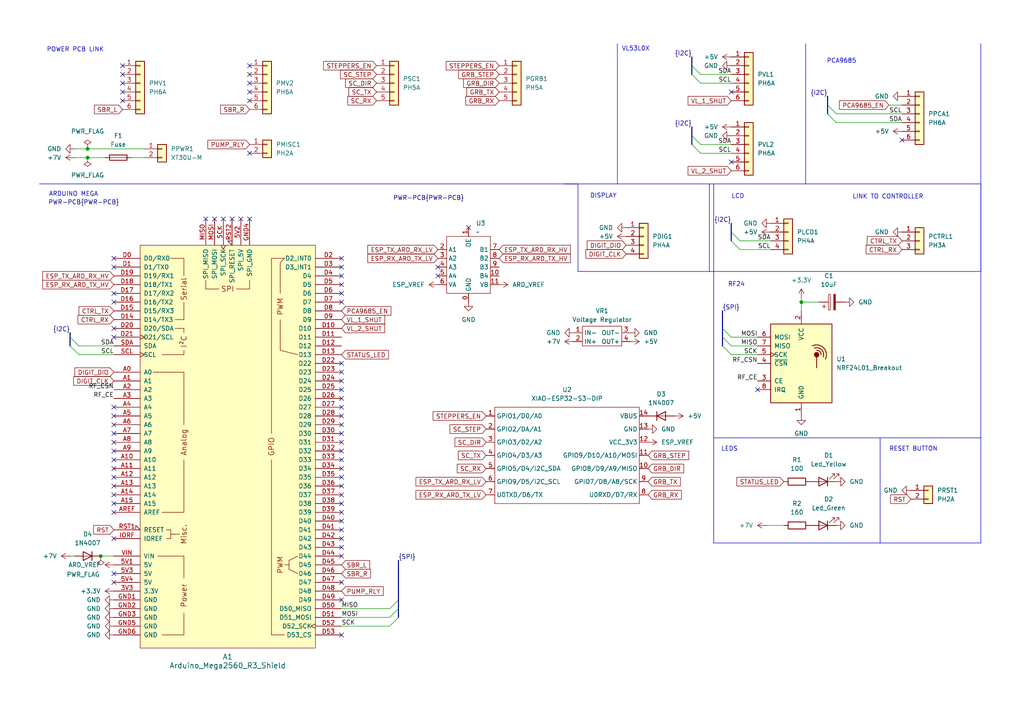
<source format=kicad_sch>
(kicad_sch (version 20250114) (generator "eeschema") (generator_version "9.0")
  (paper "A4")
  (title_block (title "Robot Logic PCB") (date "2025-01-22") (rev "1.0") (company "Game Team - SLSC"))
  (lib_symbols
    (symbol "Connector_Generic:Conn_01x02" (pin_names (offset 1.016) (hide yes))
      (property "Reference" "J" (at 0 2.54 0))
      (property "Value" "Conn_01x02" (at 0 -5.08 0))
      (symbol "Conn_01x02_1_1"
        (pin passive line (at -5.08 0 0) (length 3.81) (name "Pin_1") (number "1"))
        (pin passive line (at -5.08 -2.54 0) (length 3.81) (name "Pin_2") (number "2"))
      )
    )
    (symbol "Connector_Generic:Conn_01x03" (pin_names (offset 1.016) (hide yes))
      (property "Reference" "J" (at 0 5.08 0))
      (property "Value" "Conn_01x03" (at 0 -5.08 0))
      (symbol "Conn_01x03_1_1"
        (pin passive line (at -5.08 2.54 0) (length 3.81) (name "Pin_1") (number "1"))
        (pin passive line (at -5.08 0 0) (length 3.81) (name "Pin_2") (number "2"))
        (pin passive line (at -5.08 -2.54 0) (length 3.81) (name "Pin_3") (number "3"))
      )
    )
    (symbol "Connector_Generic:Conn_01x04" (pin_names (offset 1.016) (hide yes))
      (property "Reference" "J" (at 0 5.08 0))
      (property "Value" "Conn_01x04" (at 0 -7.62 0))
      (symbol "Conn_01x04_1_1"
        (pin passive line (at -5.08 2.54 0) (length 3.81) (name "Pin_1") (number "1"))
        (pin passive line (at -5.08 0 0) (length 3.81) (name "Pin_2") (number "2"))
        (pin passive line (at -5.08 -2.54 0) (length 3.81) (name "Pin_3") (number "3"))
        (pin passive line (at -5.08 -5.08 0) (length 3.81) (name "Pin_4") (number "4"))
      )
    )
    (symbol "Connector_Generic:Conn_01x05" (pin_names (offset 1.016) (hide yes))
      (property "Reference" "J" (at 0 7.62 0))
      (property "Value" "Conn_01x05" (at 0 -7.62 0))
      (symbol "Conn_01x05_1_1"
        (pin passive line (at -5.08 5.08 0) (length 3.81) (name "Pin_1") (number "1"))
        (pin passive line (at -5.08 2.54 0) (length 3.81) (name "Pin_2") (number "2"))
        (pin passive line (at -5.08 0 0) (length 3.81) (name "Pin_3") (number "3"))
        (pin passive line (at -5.08 -2.54 0) (length 3.81) (name "Pin_4") (number "4"))
        (pin passive line (at -5.08 -5.08 0) (length 3.81) (name "Pin_5") (number "5"))
      )
    )
    (symbol "Connector_Generic:Conn_01x06" (pin_names (offset 1.016) (hide yes))
      (property "Reference" "J" (at 0 7.62 0))
      (property "Value" "Conn_01x06" (at 0 -10.16 0))
      (symbol "Conn_01x06_1_1"
        (pin passive line (at -5.08 5.08 0) (length 3.81) (name "Pin_1") (number "1"))
        (pin passive line (at -5.08 2.54 0) (length 3.81) (name "Pin_2") (number "2"))
        (pin passive line (at -5.08 0 0) (length 3.81) (name "Pin_3") (number "3"))
        (pin passive line (at -5.08 -2.54 0) (length 3.81) (name "Pin_4") (number "4"))
        (pin passive line (at -5.08 -5.08 0) (length 3.81) (name "Pin_5") (number "5"))
        (pin passive line (at -5.08 -7.62 0) (length 3.81) (name "Pin_6") (number "6"))
      )
    )
    (symbol "Device:C_Polarized" (pin_numbers (hide yes)) (pin_names (offset 0.254))
      (property "Reference" "C" (at 0.635 2.54 0))
      (property "Value" "C_Polarized" (at 0.635 -2.54 0))
      (symbol "C_Polarized_1_1"
        (pin passive line (at 0 3.81 270) (length 2.794) (name "~") (number "1"))
        (pin passive line (at 0 -3.81 90) (length 2.794) (name "~") (number "2"))
      )
    )
    (symbol "Device:D" (pin_numbers (hide yes)) (pin_names (offset 1.016) (hide yes))
      (property "Reference" "D" (at 0 2.54 0))
      (property "Value" "D" (at 0 -2.54 0))
      (symbol "D_1_1"
        (pin passive line (at -3.81 0 0) (length 2.54) (name "K") (number "1"))
        (pin passive line (at 3.81 0 180) (length 2.54) (name "A") (number "2"))
      )
    )
    (symbol "Device:Fuse" (pin_numbers (hide yes)) (pin_names (offset 0))
      (property "Reference" "F" (at 2.032 0 90))
      (property "Value" "Fuse" (at -1.905 0 90))
      (symbol "Fuse_1_1"
        (pin passive line (at 0 3.81 270) (length 1.27) (name "~") (number "1"))
        (pin passive line (at 0 -3.81 90) (length 1.27) (name "~") (number "2"))
      )
    )
    (symbol "Device:R" (pin_numbers (hide yes)) (pin_names (offset 0))
      (property "Reference" "R" (at 2.032 0 90))
      (property "Value" "R" (at 0 0 90))
      (symbol "R_1_1"
        (pin passive line (at 0 3.81 270) (length 1.27) (name "~") (number "1"))
        (pin passive line (at 0 -3.81 90) (length 1.27) (name "~") (number "2"))
      )
    )
    (symbol "LED_1" (pin_numbers (hide yes)) (pin_names (offset 1.016) (hide yes))
      (property "Reference" "D" (at 0 2.54 0))
      (property "Value" "LED" (at 0 -2.54 0))
      (symbol "LED_1_1_1"
        (pin passive line (at -3.81 0 0) (length 2.54) (name "K") (number "1"))
        (pin passive line (at 3.81 0 180) (length 2.54) (name "A") (number "2"))
      )
    )
    (symbol "PCM_arduino-library:Arduino_Mega2560_R3_Shield" (pin_names (offset 1.016))
      (property "Reference" "A" (at 0 -62.23 0))
      (property "Value" "Arduino_Mega2560_R3_Shield" (at 0 -66.04 0))
      (symbol "Arduino_Mega2560_R3_Shield_0_0"
        (text "Serial" (at -12.7 45.72 900) (effects (font (size 1.524 1.524))))
        (text "I²C" (at -12.7 30.48 900) (effects (font (size 1.524 1.524))))
        (text "Analog" (at -12.7 1.27 900) (effects (font (size 1.524 1.524))))
        (text "Misc." (at -12.7 -25.4 900) (effects (font (size 1.524 1.524))))
        (text "Power" (at -12.7 -43.18 900) (effects (font (size 1.524 1.524))))
        (text "SPI" (at 0 45.72 0) (effects (font (size 1.524 1.524))))
        (text "PWM" (at 15.24 40.64 900) (effects (font (size 1.524 1.524))))
        (text "PWM" (at 15.24 -34.29 900) (effects (font (size 1.524 1.524))))
      )
      (symbol "Arduino_Mega2560_R3_Shield_1_0"
        (text "GPIO" (at 12.7 0 900) (effects (font (size 1.524 1.524))))
      )
      (symbol "Arduino_Mega2560_R3_Shield_1_1"
        (pin bidirectional line (at -33.02 54.61 0) (length 7.62) (name "D0/RX0") (number "D0"))
        (pin bidirectional line (at -33.02 52.07 0) (length 7.62) (name "D1/TX0") (number "D1"))
        (pin bidirectional line (at -33.02 49.53 0) (length 7.62) (name "D19/RX1") (number "D19"))
        (pin bidirectional line (at -33.02 46.99 0) (length 7.62) (name "D18/TX1") (number "D18"))
        (pin bidirectional line (at -33.02 44.45 0) (length 7.62) (name "D17/RX2") (number "D17"))
        (pin bidirectional line (at -33.02 41.91 0) (length 7.62) (name "D16/TX2") (number "D16"))
        (pin bidirectional line (at -33.02 39.37 0) (length 7.62) (name "D15/RX3") (number "D15"))
        (pin bidirectional line (at -33.02 36.83 0) (length 7.62) (name "D14/TX3") (number "D14"))
        (pin bidirectional line (at -33.02 34.29 0) (length 7.62) (name "D20/SDA") (number "D20"))
        (pin bidirectional clock (at -33.02 31.75 0) (length 7.62) (name "D21/SCL") (number "D21"))
        (pin bidirectional line (at -33.02 29.21 0) (length 7.62) (name "SDA") (number "SDA"))
        (pin bidirectional clock (at -33.02 26.67 0) (length 7.62) (name "SCL") (number "SCL"))
        (pin bidirectional line (at -33.02 21.59 0) (length 7.62) (name "A0") (number "A0"))
        (pin bidirectional line (at -33.02 19.05 0) (length 7.62) (name "A1") (number "A1"))
        (pin bidirectional line (at -33.02 16.51 0) (length 7.62) (name "A2") (number "A2"))
        (pin bidirectional line (at -33.02 13.97 0) (length 7.62) (name "A3") (number "A3"))
        (pin bidirectional line (at -33.02 11.43 0) (length 7.62) (name "A4") (number "A4"))
        (pin bidirectional line (at -33.02 8.89 0) (length 7.62) (name "A5") (number "A5"))
        (pin bidirectional line (at -33.02 6.35 0) (length 7.62) (name "A6") (number "A6"))
        (pin bidirectional line (at -33.02 3.81 0) (length 7.62) (name "A7") (number "A7"))
        (pin bidirectional line (at -33.02 1.27 0) (length 7.62) (name "A8") (number "A8"))
        (pin bidirectional line (at -33.02 -1.27 0) (length 7.62) (name "A9") (number "A9"))
        (pin bidirectional line (at -33.02 -3.81 0) (length 7.62) (name "A10") (number "A10"))
        (pin bidirectional line (at -33.02 -6.35 0) (length 7.62) (name "A11") (number "A11"))
        (pin bidirectional line (at -33.02 -8.89 0) (length 7.62) (name "A12") (number "A12"))
        (pin bidirectional line (at -33.02 -11.43 0) (length 7.62) (name "A13") (number "A13"))
        (pin bidirectional line (at -33.02 -13.97 0) (length 7.62) (name "A14") (number "A14"))
        (pin bidirectional line (at -33.02 -16.51 0) (length 7.62) (name "A15") (number "A15"))
        (pin input line (at -33.02 -19.05 0) (length 7.62) (name "AREF") (number "AREF"))
        (pin open_collector input_low (at -33.02 -24.13 0) (length 7.62) (name "RESET") (number "RST1"))
        (pin output line (at -33.02 -26.67 0) (length 7.62) (name "IOREF") (number "IORF"))
        (pin power_in line (at -33.02 -31.75 0) (length 7.62) (name "VIN") (number "VIN"))
        (pin power_in line (at -33.02 -34.29 0) (length 7.62) (name "5V") (number "5V1"))
        (pin power_in line (at -33.02 -36.83 0) (length 7.62) (name "5V") (number "5V3"))
        (pin power_in line (at -33.02 -39.37 0) (length 7.62) (name "5V") (number "5V4"))
        (pin power_out line (at -33.02 -41.91 0) (length 7.62) (name "3.3V") (number "3V3"))
        (pin power_in line (at -33.02 -44.45 0) (length 7.62) (name "GND") (number "GND1"))
        (pin power_in line (at -33.02 -46.99 0) (length 7.62) (name "GND") (number "GND2"))
        (pin power_in line (at -33.02 -49.53 0) (length 7.62) (name "GND") (number "GND3"))
        (pin power_in line (at -33.02 -52.07 0) (length 7.62) (name "GND") (number "GND5"))
        (pin power_in line (at -33.02 -54.61 0) (length 7.62) (name "GND") (number "GND6"))
        (pin input line (at -6.35 66.04 270) (length 7.62) (name "SPI_MISO") (number "MISO"))
        (pin output line (at -3.81 66.04 270) (length 7.62) (name "SPI_MOSI") (number "MOSI"))
        (pin output clock (at -1.27 66.04 270) (length 7.62) (name "SPI_SCK") (number "SCK"))
        (pin open_collector input_low (at 1.27 66.04 270) (length 7.62) (name "SPI_RESET") (number "RST2"))
        (pin power_in line (at 3.81 66.04 270) (length 7.62) (name "SPI_5V") (number "5V2"))
        (pin power_in line (at 6.35 66.04 270) (length 7.62) (name "SPI_GND") (number "GND4"))
        (pin bidirectional line (at 33.02 54.61 180) (length 7.62) (name "D2_INT0") (number "D2"))
        (pin bidirectional line (at 33.02 52.07 180) (length 7.62) (name "D3_INT1") (number "D3"))
        (pin bidirectional line (at 33.02 49.53 180) (length 7.62) (name "D4") (number "D4"))
        (pin bidirectional line (at 33.02 46.99 180) (length 7.62) (name "D5") (number "D5"))
        (pin bidirectional line (at 33.02 44.45 180) (length 7.62) (name "D6") (number "D6"))
        (pin bidirectional line (at 33.02 41.91 180) (length 7.62) (name "D7") (number "D7"))
        (pin bidirectional line (at 33.02 39.37 180) (length 7.62) (name "D8") (number "D8"))
        (pin bidirectional line (at 33.02 36.83 180) (length 7.62) (name "D9") (number "D9"))
        (pin bidirectional line (at 33.02 34.29 180) (length 7.62) (name "D10") (number "D10"))
        (pin bidirectional line (at 33.02 31.75 180) (length 7.62) (name "D11") (number "D11"))
        (pin bidirectional line (at 33.02 29.21 180) (length 7.62) (name "D12") (number "D12"))
        (pin bidirectional line (at 33.02 26.67 180) (length 7.62) (name "D13") (number "D13"))
        (pin bidirectional line (at 33.02 24.13 180) (length 7.62) (name "D22") (number "D22"))
        (pin bidirectional line (at 33.02 21.59 180) (length 7.62) (name "D23") (number "D23"))
        (pin bidirectional line (at 33.02 19.05 180) (length 7.62) (name "D24") (number "D24"))
        (pin bidirectional line (at 33.02 16.51 180) (length 7.62) (name "D25") (number "D25"))
        (pin bidirectional line (at 33.02 13.97 180) (length 7.62) (name "D26") (number "D26"))
        (pin bidirectional line (at 33.02 11.43 180) (length 7.62) (name "D27") (number "D27"))
        (pin bidirectional line (at 33.02 8.89 180) (length 7.62) (name "D28") (number "D28"))
        (pin bidirectional line (at 33.02 6.35 180) (length 7.62) (name "D29") (number "D29"))
        (pin bidirectional line (at 33.02 3.81 180) (length 7.62) (name "D30") (number "D30"))
        (pin bidirectional line (at 33.02 1.27 180) (length 7.62) (name "D31") (number "D31"))
        (pin bidirectional line (at 33.02 -1.27 180) (length 7.62) (name "D32") (number "D32"))
        (pin bidirectional line (at 33.02 -3.81 180) (length 7.62) (name "D33") (number "D33"))
        (pin bidirectional line (at 33.02 -6.35 180) (length 7.62) (name "D34") (number "D34"))
        (pin bidirectional line (at 33.02 -8.89 180) (length 7.62) (name "D35") (number "D35"))
        (pin bidirectional line (at 33.02 -11.43 180) (length 7.62) (name "D36") (number "D36"))
        (pin bidirectional line (at 33.02 -13.97 180) (length 7.62) (name "D37") (number "D37"))
        (pin bidirectional line (at 33.02 -16.51 180) (length 7.62) (name "D38") (number "D38"))
        (pin bidirectional line (at 33.02 -19.05 180) (length 7.62) (name "D39") (number "D39"))
        (pin bidirectional line (at 33.02 -21.59 180) (length 7.62) (name "D40") (number "D40"))
        (pin bidirectional line (at 33.02 -24.13 180) (length 7.62) (name "D41") (number "D41"))
        (pin bidirectional line (at 33.02 -26.67 180) (length 7.62) (name "D42") (number "D42"))
        (pin bidirectional line (at 33.02 -29.21 180) (length 7.62) (name "D43") (number "D43"))
        (pin bidirectional line (at 33.02 -31.75 180) (length 7.62) (name "D44") (number "D44"))
        (pin bidirectional line (at 33.02 -34.29 180) (length 7.62) (name "D45") (number "D45"))
        (pin bidirectional line (at 33.02 -36.83 180) (length 7.62) (name "D46") (number "D46"))
        (pin bidirectional line (at 33.02 -39.37 180) (length 7.62) (name "D47") (number "D47"))
        (pin bidirectional line (at 33.02 -41.91 180) (length 7.62) (name "D48") (number "D48"))
        (pin bidirectional line (at 33.02 -44.45 180) (length 7.62) (name "D49") (number "D49"))
        (pin bidirectional line (at 33.02 -46.99 180) (length 7.62) (name "D50_MISO") (number "D50"))
        (pin bidirectional line (at 33.02 -49.53 180) (length 7.62) (name "D51_MOSI") (number "D51"))
        (pin bidirectional clock (at 33.02 -52.07 180) (length 7.62) (name "D52_SCK") (number "D52"))
        (pin bidirectional line (at 33.02 -54.61 180) (length 7.62) (name "D53_CS") (number "D53"))
      )
    )
    (symbol "Project:TXB0104-BREAKOUT"
      (property "Reference" "U" (at -3.048 -1.016 0))
      (property "Value" "TXB0104-BREAKOUT" (at -6.35 -3.556 0))
      (symbol "TXB0104-BREAKOUT_1_1"
        (pin input line (at -2.54 12.7 0) (length 2.54) (name "A1") (number "2"))
        (pin input line (at -2.54 10.16 0) (length 2.54) (name "A2") (number "3"))
        (pin input line (at -2.54 7.62 0) (length 2.54) (name "A3") (number "4"))
        (pin input line (at -2.54 5.08 0) (length 2.54) (name "A4") (number "5"))
        (pin input line (at -2.54 2.54 0) (length 2.54) (name "VA") (number "6"))
        (pin input line (at 6.35 19.05 270) (length 2.54) (name "OE") (number "1"))
        (pin input line (at 6.35 -2.54 90) (length 2.54) (name "GND") (number "0"))
        (pin input line (at 15.24 12.7 180) (length 2.54) (name "B1") (number "7"))
        (pin input line (at 15.24 10.16 180) (length 2.54) (name "B2") (number "8"))
        (pin input line (at 15.24 7.62 180) (length 2.54) (name "B3") (number "9"))
        (pin input line (at 15.24 5.08 180) (length 2.54) (name "B4") (number "10"))
        (pin input line (at 15.24 2.54 180) (length 2.54) (name "VB") (number "11"))
      )
    )
    (symbol "Project:Voltage_Regulator_Module"
      (property "Reference" "VR" (at 1.27 10.16 0))
      (property "Value" "Voltage Regulator" (at 8.636 7.874 0))
      (symbol "Voltage_Regulator_Module_1_1"
        (pin power_in line (at -2.54 3.81 0) (length 2.54) (name "IN-") (number "1"))
        (pin power_in line (at -2.54 1.27 0) (length 2.54) (name "IN+") (number "2"))
        (pin power_in line (at 13.97 3.81 180) (length 2.54) (name "OUT-") (number "3"))
        (pin power_out line (at 13.97 1.27 180) (length 2.54) (name "OUT+") (number "4"))
      )
    )
    (symbol "RF:NRF24L01_Breakout" (pin_names (offset 1.016))
      (property "Reference" "U" (at -8.89 12.7 0))
      (property "Value" "NRF24L01_Breakout" (at 3.81 12.7 0))
      (symbol "NRF24L01_Breakout_1_1"
        (pin input line (at -12.7 7.62 0) (length 3.81) (name "MOSI") (number "6"))
        (pin output line (at -12.7 5.08 0) (length 3.81) (name "MISO") (number "7"))
        (pin input clock (at -12.7 2.54 0) (length 3.81) (name "SCK") (number "5"))
        (pin input line (at -12.7 0 0) (length 3.81) (name "~{CSN}") (number "4"))
        (pin input line (at -12.7 -5.08 0) (length 3.81) (name "CE") (number "3"))
        (pin output line (at -12.7 -7.62 0) (length 3.81) (name "IRQ") (number "8"))
        (pin power_in line (at 0 15.24 270) (length 3.81) (name "VCC") (number "2"))
        (pin power_in line (at 0 -15.24 90) (length 3.81) (name "GND") (number "1"))
      )
    )
    (symbol "Seeed_Studio_XIAO_Series:XIAO-ESP32-S3-DIP"
      (property "Reference" "U" (at 1.27 0.508 0))
      (property "Value" "XIAO-ESP32-S3-DIP" (at 9.652 -1.778 0))
      (symbol "XIAO-ESP32-S3-DIP_1_0"
        (pin passive line (at -2.54 -5.08 0) (length 2.54) (name "GPIO1/D0/A0") (number "1"))
        (pin passive line (at -2.54 -8.89 0) (length 2.54) (name "GPIO2/DA/A1") (number "2"))
        (pin passive line (at -2.54 -12.7 0) (length 2.54) (name "GPIO3/D2/A2") (number "3"))
        (pin passive line (at -2.54 -16.51 0) (length 2.54) (name "GPIO4/D3/A3") (number "4"))
        (pin passive line (at -2.54 -20.32 0) (length 2.54) (name "GPIO5/D4/I2C_SDA") (number "5"))
        (pin passive line (at -2.54 -24.13 0) (length 2.54) (name "GPIO9/D5/I2C_SCL") (number "6"))
        (pin passive line (at -2.54 -27.94 0) (length 2.54) (name "U0TXD/D6/TX") (number "7"))
        (pin passive line (at 44.45 -5.08 180) (length 2.54) (name "VBUS") (number "14"))
        (pin passive line (at 44.45 -8.89 180) (length 2.54) (name "GND") (number "13"))
        (pin passive line (at 44.45 -12.7 180) (length 2.54) (name "VCC_3V3") (number "12"))
        (pin passive line (at 44.45 -16.51 180) (length 2.54) (name "GPIO9/D10/A10/MOSI") (number "11"))
        (pin passive line (at 44.45 -20.32 180) (length 2.54) (name "GPIO8/D9/A9/MISO") (number "10"))
        (pin passive line (at 44.45 -24.13 180) (length 2.54) (name "GPIO7/D8/A8/SCK") (number "9"))
        (pin passive line (at 44.45 -27.94 180) (length 2.54) (name "U0RXD/D7/RX") (number "8"))
      )
    )
    (symbol "power:+3.3V" (power) (pin_numbers (hide yes)) (pin_names (offset 0) (hide yes))
      (property "Value" "+3.3V" (at 0 3.556 0))
      (symbol "+3.3V_1_1"
        (pin power_in line (at 0 0 90) (length 0) (name "~") (number "1"))
      )
    )
    (symbol "power:+9V" (power) (pin_numbers (hide yes)) (pin_names (offset 0) (hide yes))
      (property "Value" "+9V" (at 0 3.556 0))
      (symbol "+9V_1_1"
        (pin power_in line (at 0 0 90) (length 0) (name "~") (number "1"))
      )
    )
    (symbol "power:GND" (power) (pin_numbers (hide yes)) (pin_names (offset 0) (hide yes))
      (property "Value" "GND" (at 0 -3.81 0))
      (symbol "GND_1_1"
        (pin power_in line (at 0 0 270) (length 0) (name "~") (number "1"))
      )
    )
    (symbol "power:PWR_FLAG" (power) (pin_numbers (hide yes)) (pin_names (offset 0) (hide yes))
      (property "Value" "PWR_FLAG" (at 0 3.81 0))
      (symbol "PWR_FLAG_0_0"
        (pin power_out line (at 0 0 90) (length 0) (name "~") (number "1"))
      )
    )
    (symbol "power:VCC" (power) (pin_numbers (hide yes)) (pin_names (offset 0) (hide yes))
      (property "Value" "VCC" (at 0 3.556 0))
      (symbol "VCC_1_1"
        (pin power_in line (at 0 0 90) (length 0) (name "~") (number "1"))
      )
    )
  )
  (bus_alias "I2C" (members "SCL" "SDA"))
  (bus_alias "SPI" (members "MISO" "MOSI" "SCK"))
  (text "LEDS\n" (at 211.582 130.302 0) (effects (font (size 1.27 1.27))))
  (text "PCA9685\n" (at 244.094 17.78 0) (effects (font (size 1.27 1.27))))
  (text "RESET BUTTON" (at 264.922 130.302 0) (effects (font (size 1.27 1.27))))
  (text "ARDUINO MEGA" (at 21.336 56.388 0) (effects (font (size 1.27 1.27))))
  (text "LCD\n" (at 214.0326 57.0301 0) (effects (font (size 1.27 1.27))))
  (text "VL53L0X" (at 184.404 14.224 0) (effects (font (size 1.27 1.27))))
  (text "LINK TO CONTROLLER" (at 257.556 57.15 0) (effects (font (size 1.27 1.27))))
  (text "POWER PCB LINK\n" (at 21.844 14.478 0) (effects (font (size 1.27 1.27))))
  (text "DISPLAY\n" (at 175.006 56.896 0) (effects (font (size 1.27 1.27))))
  (text "RF24\n" (at 213.614 82.55 0) (effects (font (size 1.27 1.27))))
  (junction (at 25.4 45.72))
  (junction (at 29.21 161.29))
  (junction (at 232.41 87.63))
  (junction (at 25.4 43.18))
  (no_connect (at 99.06 105.41))
  (no_connect (at 99.06 107.95))
  (no_connect (at 33.02 128.27))
  (no_connect (at 99.06 184.15))
  (no_connect (at 33.02 123.19))
  (no_connect (at 99.06 168.91))
  (no_connect (at 99.06 130.81))
  (no_connect (at 33.02 87.63))
  (no_connect (at 99.06 156.21))
  (no_connect (at 99.06 151.13))
  (no_connect (at 72.39 44.45))
  (no_connect (at 99.06 135.89))
  (no_connect (at 99.06 158.75))
  (no_connect (at 33.02 143.51))
  (no_connect (at 99.06 133.35))
  (no_connect (at 67.31 63.5))
  (no_connect (at 219.71 113.03))
  (no_connect (at 35.56 24.13))
  (no_connect (at 33.02 166.37))
  (no_connect (at 99.06 146.05))
  (no_connect (at 72.39 21.59))
  (no_connect (at 33.02 125.73))
  (no_connect (at 33.02 95.25))
  (no_connect (at 69.85 63.5))
  (no_connect (at 33.02 74.93))
  (no_connect (at 99.06 125.73))
  (no_connect (at 127 80.01))
  (no_connect (at 99.06 148.59))
  (no_connect (at 99.06 77.47))
  (no_connect (at 99.06 87.63))
  (no_connect (at 33.02 77.47))
  (no_connect (at 99.06 173.99))
  (no_connect (at 33.02 120.65))
  (no_connect (at 35.56 26.67))
  (no_connect (at 72.39 26.67))
  (no_connect (at 99.06 118.11))
  (no_connect (at 72.39 29.21))
  (no_connect (at 99.06 153.67))
  (no_connect (at 33.02 156.21))
  (no_connect (at 33.02 85.09))
  (no_connect (at 99.06 161.29))
  (no_connect (at 99.06 120.65))
  (no_connect (at 212.09 26.67))
  (no_connect (at 59.69 63.5))
  (no_connect (at 99.06 82.55))
  (no_connect (at 99.06 138.43))
  (no_connect (at 99.06 115.57))
  (no_connect (at 33.02 146.05))
  (no_connect (at 99.06 110.49))
  (no_connect (at 35.56 19.05))
  (no_connect (at 33.02 148.59))
  (no_connect (at 99.06 123.19))
  (no_connect (at 72.39 19.05))
  (no_connect (at 212.09 46.99))
  (no_connect (at 33.02 130.81))
  (no_connect (at 99.06 80.01))
  (no_connect (at 62.23 63.5))
  (no_connect (at 72.39 24.13))
  (no_connect (at 33.02 118.11))
  (no_connect (at 35.56 21.59))
  (no_connect (at 127 77.47))
  (no_connect (at 33.02 168.91))
  (no_connect (at 33.02 138.43))
  (no_connect (at 64.77 63.5))
  (no_connect (at 99.06 143.51))
  (no_connect (at 33.02 135.89))
  (no_connect (at 99.06 74.93))
  (no_connect (at 99.06 140.97))
  (no_connect (at 99.06 128.27))
  (no_connect (at 33.02 97.79))
  (no_connect (at 72.39 63.5))
  (no_connect (at 35.56 29.21))
  (no_connect (at 33.02 133.35))
  (no_connect (at 99.06 85.09))
  (no_connect (at 99.06 113.03))
  (no_connect (at 33.02 140.97))
  (no_connect (at 135.89 66.04))
  (no_connect (at 261.62 40.64))
  (bus_entry (at 20.32 97.79) (size 2.54 2.54))
  (bus_entry (at 200.66 41.91) (size 2.54 2.54))
  (bus_entry (at 20.32 100.33) (size 2.54 2.54))
  (bus_entry (at 200.66 39.37) (size 2.54 2.54))
  (bus_entry (at 212.09 67.31) (size 2.54 2.54))
  (bus_entry (at 113.03 179.07) (size 2.54 -2.54))
  (bus_entry (at 240.03 30.48) (size 2.54 2.54))
  (bus_entry (at 209.55 95.25) (size 2.54 2.54))
  (bus_entry (at 200.66 19.05) (size 2.54 2.54))
  (bus_entry (at 113.03 176.53) (size 2.54 -2.54))
  (bus_entry (at 209.55 100.33) (size 2.54 2.54))
  (bus_entry (at 209.55 97.79) (size 2.54 2.54))
  (bus_entry (at 212.09 69.85) (size 2.54 2.54))
  (bus_entry (at 200.66 21.59) (size 2.54 2.54))
  (bus_entry (at 113.03 181.61) (size 2.54 -2.54))
  (bus_entry (at 240.03 33.02) (size 2.54 2.54))
  (bus (pts (xy 200.66 36.83) (xy 200.66 39.37)))
  (polyline (pts (xy 255.27 157.48) (xy 255.27 127)))
  (polyline (pts (xy 167.64 78.74) (xy 167.64 53.34)))
  (bus (pts (xy 115.57 162.56) (xy 115.57 173.99)))
  (wire (pts (xy 237.49 87.63) (xy 232.41 87.63)))
  (polyline (pts (xy 233.68 12.7) (xy 233.68 53.34)))
  (polyline (pts (xy 207.01 157.48) (xy 255.27 157.48)))
  (wire (pts (xy 242.57 33.02) (xy 261.62 33.02)))
  (wire (pts (xy 203.2 44.45) (xy 212.09 44.45)))
  (bus (pts (xy 212.09 67.31) (xy 212.09 69.85)))
  (wire (pts (xy 232.41 86.36) (xy 232.41 87.63)))
  (wire (pts (xy 214.63 72.39) (xy 223.52 72.39)))
  (polyline (pts (xy 233.68 53.34) (xy 284.48 53.34)))
  (wire (pts (xy 242.57 35.56) (xy 261.62 35.56)))
  (wire (pts (xy 257.81 30.48) (xy 261.62 30.48)))
  (polyline (pts (xy 179.07 53.34) (xy 11.43 53.34)))
  (bus (pts (xy 200.66 19.05) (xy 200.66 21.59)))
  (wire (pts (xy 29.21 161.29) (xy 33.02 161.29)))
  (polyline (pts (xy 284.48 78.74) (xy 284.48 53.34)))
  (polyline (pts (xy 284.48 78.74) (xy 284.48 127)))
  (bus (pts (xy 209.55 95.25) (xy 209.55 97.79)))
  (polyline (pts (xy 205.74 78.74) (xy 205.74 53.34)))
  (wire (pts (xy 25.4 45.72) (xy 30.48 45.72)))
  (polyline (pts (xy 207.01 53.34) (xy 207.01 157.48)))
  (wire (pts (xy 99.06 176.53) (xy 113.03 176.53)))
  (polyline (pts (xy 284.48 12.7) (xy 284.48 53.34)))
  (wire (pts (xy 22.86 100.33) (xy 33.02 100.33)))
  (wire (pts (xy 25.4 43.18) (xy 41.91 43.18)))
  (bus (pts (xy 200.66 16.51) (xy 200.66 19.05)))
  (polyline (pts (xy 179.07 53.34) (xy 233.68 53.34)))
  (wire (pts (xy 232.41 87.63) (xy 232.41 90.17)))
  (wire (pts (xy 203.2 21.59) (xy 212.09 21.59)))
  (bus (pts (xy 20.32 96.52) (xy 20.32 97.79)))
  (polyline (pts (xy 284.48 78.74) (xy 284.48 53.34)))
  (bus (pts (xy 212.09 64.77) (xy 212.09 67.31)))
  (wire (pts (xy 21.59 161.29) (xy 20.32 161.29)))
  (wire (pts (xy 38.1 45.72) (xy 41.91 45.72)))
  (bus (pts (xy 115.57 179.07) (xy 115.57 176.53)))
  (wire (pts (xy 212.09 102.87) (xy 219.71 102.87)))
  (polyline (pts (xy 205.74 78.74) (xy 284.48 78.74)))
  (wire (pts (xy 99.06 179.07) (xy 113.03 179.07)))
  (polyline (pts (xy 167.64 78.74) (xy 205.74 78.74)))
  (bus (pts (xy 200.66 39.37) (xy 200.66 41.91)))
  (polyline (pts (xy 284.48 127) (xy 207.01 127)))
  (bus (pts (xy 20.32 97.79) (xy 20.32 100.33)))
  (wire (pts (xy 214.63 69.85) (xy 223.52 69.85)))
  (wire (pts (xy 222.25 152.4) (xy 227.33 152.4)))
  (wire (pts (xy 99.06 181.61) (xy 113.03 181.61)))
  (bus (pts (xy 115.57 173.99) (xy 115.57 176.53)))
  (bus (pts (xy 240.03 27.94) (xy 240.03 30.48)))
  (wire (pts (xy 21.59 45.72) (xy 25.4 45.72)))
  (wire (pts (xy 203.2 41.91) (xy 212.09 41.91)))
  (wire (pts (xy 212.09 97.79) (xy 219.71 97.79)))
  (polyline (pts (xy 284.48 157.48) (xy 284.48 127)))
  (polyline (pts (xy 255.27 157.48) (xy 284.48 157.48)))
  (bus (pts (xy 209.55 97.79) (xy 209.55 100.33)))
  (wire (pts (xy 22.86 102.87) (xy 33.02 102.87)))
  (bus (pts (xy 240.03 30.48) (xy 240.03 33.02)))
  (bus (pts (xy 209.55 90.17) (xy 209.55 95.25)))
  (polyline (pts (xy 179.07 12.7) (xy 179.07 53.34)))
  (wire (pts (xy 203.2 24.13) (xy 212.09 24.13)))
  (polyline (pts (xy 284.48 78.74) (xy 284.48 78.74)))
  (wire (pts (xy 21.59 43.18) (xy 25.4 43.18)))
  (polyline (pts (xy 167.64 53.34) (xy 163.83 53.34)))
  (wire (pts (xy 212.09 100.33) (xy 219.71 100.33)))
  (label "RF_CE" (at 219.71 110.49 180))
  (label "SDA" (at 223.52 69.85 180))
  (label "MISO" (at 99.06 176.53 0))
  (label "SCL" (at 223.52 72.39 180))
  (label "{I2C}" (at 200.66 36.83 180))
  (label "PWR-PCB{PWR-PCB}" (at 134.62 58.42 180))
  (label "{I2C}" (at 20.32 96.52 180))
  (label "SCL" (at 212.09 44.45 180))
  (label "RF_CSN" (at 219.71 105.41 180))
  (label "SCL" (at 212.09 24.13 180))
  (label "MISO" (at 219.71 100.33 180))
  (label "SDA" (at 212.09 21.59 180))
  (label "MOSI" (at 99.06 179.07 0))
  (label "{SPI}" (at 115.57 162.56 0))
  (label "{I2C}" (at 212.09 64.77 180))
  (label "PWR-PCB{PWR-PCB}" (at 13.97 59.69 0))
  (label "SCL" (at 261.62 33.02 180))
  (label "MOSI" (at 219.71 97.79 180))
  (label "SCK" (at 219.71 102.87 180))
  (label "RF_CSN" (at 33.02 113.03 180))
  (label "{SPI}" (at 209.55 90.17 0))
  (label "{I2C}" (at 200.66 16.51 180))
  (label "SCK" (at 99.06 181.61 0))
  (label "SDA" (at 212.09 41.91 180))
  (label "SDA" (at 33.02 100.33 180))
  (label "{I2C}" (at 240.03 27.94 180))
  (label "SCL" (at 33.02 102.87 180))
  (label "RF_CE" (at 33.02 115.57 180))
  (label "SDA" (at 261.62 35.56 180))
  (global_label "STATUS_LED" (shape input) (at 227.33 139.7 180) (property "Intersheetrefs" "${INTERSHEET_REFS}" (effects (hide yes))))
  (global_label "SC_TX" (shape input) (at 140.97 132.08 180) (property "Intersheetrefs" "${INTERSHEET_REFS}" (effects (hide yes))))
  (global_label "VL_2_SHUT" (shape input) (at 99.06 95.25 0) (property "Intersheetrefs" "${INTERSHEET_REFS}" (effects (hide yes))))
  (global_label "VL_1_SHUT" (shape input) (at 99.06 92.71 0) (property "Intersheetrefs" "${INTERSHEET_REFS}" (effects (hide yes))))
  (global_label "STEPPERS_EN" (shape input) (at 109.22 19.05 180) (property "Intersheetrefs" "${INTERSHEET_REFS}" (effects (hide yes))))
  (global_label "PUMP_RLY" (shape input) (at 72.39 41.91 180) (property "Intersheetrefs" "${INTERSHEET_REFS}" (effects (hide yes))))
  (global_label "GRB_TX" (shape input) (at 187.96 139.7 0) (property "Intersheetrefs" "${INTERSHEET_REFS}" (effects (hide yes))))
  (global_label "ESP_TX_ARD_RX_LV" (shape input) (at 127 72.39 180) (property "Intersheetrefs" "${INTERSHEET_REFS}" (effects (hide yes))))
  (global_label "GRB_RX" (shape input) (at 144.78 29.21 180) (property "Intersheetrefs" "${INTERSHEET_REFS}" (effects (hide yes))))
  (global_label "DIGIT_CLK" (shape input) (at 181.61 73.66 180) (property "Intersheetrefs" "${INTERSHEET_REFS}" (effects (hide yes))))
  (global_label "ESP_RX_ARD_TX_HV" (shape input) (at 33.02 82.55 180) (property "Intersheetrefs" "${INTERSHEET_REFS}" (effects (hide yes))))
  (global_label "SC_TX" (shape input) (at 109.22 26.67 180) (property "Intersheetrefs" "${INTERSHEET_REFS}" (effects (hide yes))))
  (global_label "VL_1_SHUT" (shape input) (at 212.09 29.21 180) (property "Intersheetrefs" "${INTERSHEET_REFS}" (effects (hide yes))))
  (global_label "DIGIT_CLK" (shape input) (at 33.02 110.49 180) (property "Intersheetrefs" "${INTERSHEET_REFS}" (effects (hide yes))))
  (global_label "ESP_RX_ARD_TX_HV" (shape input) (at 144.78 74.93 0) (property "Intersheetrefs" "${INTERSHEET_REFS}" (effects (hide yes))))
  (global_label "STEPPERS_EN" (shape input) (at 140.97 120.65 180) (property "Intersheetrefs" "${INTERSHEET_REFS}" (effects (hide yes))))
  (global_label "SC_DIR" (shape input) (at 140.97 128.27 180) (property "Intersheetrefs" "${INTERSHEET_REFS}" (effects (hide yes))))
  (global_label "CTRL_TX" (shape input) (at 261.62 69.85 180) (property "Intersheetrefs" "${INTERSHEET_REFS}" (effects (hide yes))))
  (global_label "CTRL_TX" (shape input) (at 33.02 90.17 180) (property "Intersheetrefs" "${INTERSHEET_REFS}" (effects (hide yes))))
  (global_label "GRB_STEP" (shape input) (at 144.78 21.59 180) (property "Intersheetrefs" "${INTERSHEET_REFS}" (effects (hide yes))))
  (global_label "GRB_RX" (shape input) (at 187.96 143.51 0) (property "Intersheetrefs" "${INTERSHEET_REFS}" (effects (hide yes))))
  (global_label "SC_RX" (shape input) (at 140.97 135.89 180) (property "Intersheetrefs" "${INTERSHEET_REFS}" (effects (hide yes))))
  (global_label "SC_STEP" (shape input) (at 140.97 124.46 180) (property "Intersheetrefs" "${INTERSHEET_REFS}" (effects (hide yes))))
  (global_label "GRB_DIR" (shape input) (at 187.96 135.89 0) (property "Intersheetrefs" "${INTERSHEET_REFS}" (effects (hide yes))))
  (global_label "ESP_TX_ARD_RX_HV" (shape input) (at 33.02 80.01 180) (property "Intersheetrefs" "${INTERSHEET_REFS}" (effects (hide yes))))
  (global_label "SC_DIR" (shape input) (at 109.22 24.13 180) (property "Intersheetrefs" "${INTERSHEET_REFS}" (effects (hide yes))))
  (global_label "ESP_TX_ARD_RX_LV" (shape input) (at 140.97 139.7 180) (property "Intersheetrefs" "${INTERSHEET_REFS}" (effects (hide yes))))
  (global_label "GRB_DIR" (shape input) (at 144.78 24.13 180) (property "Intersheetrefs" "${INTERSHEET_REFS}" (effects (hide yes))))
  (global_label "RST" (shape input) (at 264.16 144.78 180) (property "Intersheetrefs" "${INTERSHEET_REFS}" (effects (hide yes))))
  (global_label "GRB_TX" (shape input) (at 144.78 26.67 180) (property "Intersheetrefs" "${INTERSHEET_REFS}" (effects (hide yes))))
  (global_label "STEPPERS_EN" (shape input) (at 144.78 19.05 180) (property "Intersheetrefs" "${INTERSHEET_REFS}" (effects (hide yes))))
  (global_label "DIGIT_DIO" (shape input) (at 181.61 71.12 180) (property "Intersheetrefs" "${INTERSHEET_REFS}" (effects (hide yes))))
  (global_label "VL_2_SHUT" (shape input) (at 212.09 49.53 180) (property "Intersheetrefs" "${INTERSHEET_REFS}" (effects (hide yes))))
  (global_label "PCA9685_EN" (shape input) (at 257.81 30.48 180) (property "Intersheetrefs" "${INTERSHEET_REFS}" (effects (hide yes))))
  (global_label "SBR_R" (shape input) (at 72.39 31.75 180) (property "Intersheetrefs" "${INTERSHEET_REFS}" (effects (hide yes))))
  (global_label "SC_RX" (shape input) (at 109.22 29.21 180) (property "Intersheetrefs" "${INTERSHEET_REFS}" (effects (hide yes))))
  (global_label "DIGIT_DIO" (shape input) (at 33.02 107.95 180) (property "Intersheetrefs" "${INTERSHEET_REFS}" (effects (hide yes))))
  (global_label "PUMP_RLY" (shape input) (at 99.06 171.45 0) (property "Intersheetrefs" "${INTERSHEET_REFS}" (effects (hide yes))))
  (global_label "RST" (shape input) (at 33.02 153.67 180) (property "Intersheetrefs" "${INTERSHEET_REFS}" (effects (hide yes))))
  (global_label "ESP_RX_ARD_TX_LV" (shape input) (at 127 74.93 180) (property "Intersheetrefs" "${INTERSHEET_REFS}" (effects (hide yes))))
  (global_label "SBR_L" (shape input) (at 99.06 163.83 0) (property "Intersheetrefs" "${INTERSHEET_REFS}" (effects (hide yes))))
  (global_label "STATUS_LED" (shape input) (at 99.06 102.87 0) (property "Intersheetrefs" "${INTERSHEET_REFS}" (effects (hide yes))))
  (global_label "SBR_L" (shape input) (at 35.56 31.75 180) (property "Intersheetrefs" "${INTERSHEET_REFS}" (effects (hide yes))))
  (global_label "ESP_RX_ARD_TX_LV" (shape input) (at 140.97 143.51 180) (property "Intersheetrefs" "${INTERSHEET_REFS}" (effects (hide yes))))
  (global_label "PCA9685_EN" (shape input) (at 99.06 90.17 0) (property "Intersheetrefs" "${INTERSHEET_REFS}" (effects (hide yes))))
  (global_label "SC_STEP" (shape input) (at 109.22 21.59 180) (property "Intersheetrefs" "${INTERSHEET_REFS}" (effects (hide yes))))
  (global_label "SBR_R" (shape input) (at 99.06 166.37 0) (property "Intersheetrefs" "${INTERSHEET_REFS}" (effects (hide yes))))
  (global_label "ESP_TX_ARD_RX_HV" (shape input) (at 144.78 72.39 0) (property "Intersheetrefs" "${INTERSHEET_REFS}" (effects (hide yes))))
  (global_label "GRB_STEP" (shape input) (at 187.96 132.08 0) (property "Intersheetrefs" "${INTERSHEET_REFS}" (effects (hide yes))))
  (global_label "CTRL_RX" (shape input) (at 261.62 72.39 180) (property "Intersheetrefs" "${INTERSHEET_REFS}" (effects (hide yes))))
  (global_label "CTRL_RX" (shape input) (at 33.02 92.71 180) (property "Intersheetrefs" "${INTERSHEET_REFS}" (effects (hide yes))))
  (symbol (lib_id "power:GND") (at 166.37 96.52 270) (unit 1)
    (property "Reference" "#PWR035" (effects (hide yes)))
    (property "Value" "GND" (at 162.56 96.5199 90) (effects (justify right)))
    (property "Description" "Power symbol creates a global label with name \"GND\" , ground" (effects (hide yes)))
  )
  (symbol (lib_id "power:GND") (at 182.88 96.52 90) (unit 1)
    (property "Reference" "#PWR036" (effects (hide yes)))
    (property "Value" "GND" (at 186.69 96.5199 90) (effects (justify right)))
    (property "Description" "Power symbol creates a global label with name \"GND\" , ground" (effects (hide yes)))
  )
  (symbol (lib_id "power:+9V") (at 222.25 152.4 90) (unit 1)
    (property "Reference" "#PWR015" (effects (hide yes)))
    (property "Value" "+7V" (at 218.44 152.3999 90) (effects (justify left)))
    (property "Description" "Power symbol creates a global label with name \"+9V\"" (effects (hide yes)))
  )
  (symbol (lib_id "Connector_Generic:Conn_01x02") (at 269.24 142.24 0) (unit 1)
    (property "Reference" "PRST1" (at 271.78 142.2399 0) (effects (justify left)))
    (property "Value" "PH2A" (at 271.78 144.7799 0) (effects (justify left)))
    (property "Footprint" "Connector_JST:JST_PH_B2B-PH-K_1x02_P2.00mm_Vertical" (effects (hide yes)))
    (property "Description" "Generic connector, single row, 01x02, script generated (kicad-library-utils/schlib/autogen/connector/)" (effects (hide yes)))
  )
  (symbol (lib_id "power:VCC") (at 33.02 163.83 90) (unit 1)
    (property "Reference" "#PWR041" (effects (hide yes)))
    (property "Value" "ARD_VREF" (at 29.21 163.8299 90) (effects (justify left)))
    (property "Description" "Power symbol creates a global label with name \"VCC\"" (effects (hide yes)))
  )
  (symbol (lib_id "Connector_Generic:Conn_01x05") (at 149.86 24.13 0) (unit 1)
    (property "Reference" "PGRB1" (at 152.4 22.8599 0) (effects (justify left)))
    (property "Value" "PH5A" (at 152.4 25.3999 0) (effects (justify left)))
    (property "Footprint" "Connector_JST:JST_PH_B5B-PH-K_1x05_P2.00mm_Vertical" (effects (hide yes)))
    (property "Description" "Generic connector, single row, 01x05, script generated (kicad-library-utils/schlib/autogen/connector/)" (effects (hide yes)))
  )
  (symbol (lib_id "Device:Fuse") (at 34.29 45.72 270) (unit 1)
    (property "Reference" "F1" (at 34.29 39.37 90))
    (property "Value" "Fuse" (at 34.29 41.91 90))
    (property "Footprint" "Fuse:Fuseholder_Cylinder-5x20mm_Schurter_0031_8201_Horizontal_Open" (effects (hide yes)))
    (property "Description" "Fuse" (effects (hide yes)))
  )
  (symbol (lib_id "Connector_Generic:Conn_01x04") (at 228.6 67.31 0) (unit 1)
    (property "Reference" "PLCD1" (at 231.14 67.3099 0) (effects (justify left)))
    (property "Value" "PH4A" (at 231.14 69.8499 0) (effects (justify left)))
    (property "Footprint" "Connector_JST:JST_PH_B4B-PH-K_1x04_P2.00mm_Vertical" (effects (hide yes)))
    (property "Description" "Generic connector, single row, 01x04, script generated (kicad-library-utils/schlib/autogen/connector/)" (effects (hide yes)))
  )
  (symbol (lib_id "Seeed_Studio_XIAO_Series:XIAO-ESP32-S3-DIP") (at 143.51 115.57 0) (unit 1)
    (property "Reference" "U2" (at 164.465 113.03 0))
    (property "Value" "XIAO-ESP32-S3-DIP" (at 164.465 115.57 0))
    (property "Footprint" "Project:XIAO-ESP32S3-DIP" (effects (hide yes)))
  )
  (symbol (lib_id "power:GND") (at 242.57 139.7 90) (unit 1)
    (property "Reference" "#PWR016" (effects (hide yes)))
    (property "Value" "GND" (at 246.38 139.6999 90) (effects (justify right)))
    (property "Description" "Power symbol creates a global label with name \"GND\" , ground" (effects (hide yes)))
  )
  (symbol (lib_id "power:VCC") (at 187.96 128.27 270) (unit 1)
    (property "Reference" "#PWR039" (effects (hide yes)))
    (property "Value" "ESP_VREF" (at 191.77 128.2699 90) (effects (justify left)))
    (property "Description" "Power symbol creates a global label with name \"VCC\"" (effects (hide yes)))
  )
  (symbol (lib_id "power:PWR_FLAG") (at 29.21 161.29 180) (unit 1)
    (property "Reference" "#FLG03" (effects (hide yes)))
    (property "Value" "PWR_FLAG" (at 24.13 166.624 0))
    (property "Description" "Special symbol for telling ERC where power comes from" (effects (hide yes)))
  )
  (symbol (lib_id "power:GND") (at 261.62 67.31 270) (unit 1)
    (property "Reference" "#PWR029" (effects (hide yes)))
    (property "Value" "GND" (at 257.81 67.3099 90) (effects (justify right)))
    (property "Description" "Power symbol creates a global label with name \"GND\" , ground" (effects (hide yes)))
  )
  (symbol (lib_id "power:GND") (at 33.02 179.07 270) (unit 1)
    (property "Reference" "#PWR010" (effects (hide yes)))
    (property "Value" "GND" (at 29.21 179.0699 90) (effects (justify right)))
    (property "Description" "Power symbol creates a global label with name \"GND\" , ground" (effects (hide yes)))
  )
  (symbol (lib_id "power:GND") (at 261.62 27.94 270) (unit 1)
    (property "Reference" "#PWR027" (effects (hide yes)))
    (property "Value" "GND" (at 257.81 27.9399 90) (effects (justify right)))
    (property "Description" "Power symbol creates a global label with name \"GND\" , ground" (effects (hide yes)))
  )
  (symbol (lib_id "Device:D") (at 191.77 120.65 0) (unit 1)
    (property "Reference" "D3" (at 191.77 114.3 0))
    (property "Value" "1N4007" (at 191.77 116.84 0))
    (property "Footprint" "Diode_THT:D_DO-41_SOD81_P2.54mm_Vertical_AnodeUp" (effects (hide yes)))
    (property "Description" "Diode" (effects (hide yes)))
    (property "Sim.Device" "D" (effects (hide yes)))
    (property "Sim.Pins" "1=K 2=A" (effects (hide yes)))
  )
  (symbol (lib_id "Connector_Generic:Conn_01x05") (at 114.3 24.13 0) (unit 1)
    (property "Reference" "PSC1" (at 116.84 22.8599 0) (effects (justify left)))
    (property "Value" "PH5A" (at 116.84 25.3999 0) (effects (justify left)))
    (property "Footprint" "Connector_JST:JST_PH_B5B-PH-K_1x05_P2.00mm_Vertical" (effects (hide yes)))
    (property "Description" "Generic connector, single row, 01x05, script generated (kicad-library-utils/schlib/autogen/connector/)" (effects (hide yes)))
  )
  (symbol (lib_id "power:GND") (at 135.89 87.63 0) (unit 1)
    (property "Reference" "#PWR038" (effects (hide yes)))
    (property "Value" "GND" (at 135.89 92.71 0))
    (property "Description" "Power symbol creates a global label with name \"GND\" , ground" (effects (hide yes)))
  )
  (symbol (lib_id "Connector_Generic:Conn_01x06") (at 266.7 33.02 0) (unit 1)
    (property "Reference" "PPCA1" (at 269.24 33.0199 0) (effects (justify left)))
    (property "Value" "PH6A" (at 269.24 35.5599 0) (effects (justify left)))
    (property "Footprint" "Connector_JST:JST_PH_B6B-PH-K_1x06_P2.00mm_Vertical" (effects (hide yes)))
    (property "Description" "Generic connector, single row, 01x06, script generated (kicad-library-utils/schlib/autogen/connector/)" (effects (hide yes)))
  )
  (symbol (lib_id "power:GND") (at 212.09 39.37 270) (unit 1)
    (property "Reference" "#PWR021" (effects (hide yes)))
    (property "Value" "GND" (at 208.28 39.3699 90) (effects (justify right)))
    (property "Description" "Power symbol creates a global label with name \"GND\" , ground" (effects (hide yes)))
  )
  (symbol (lib_id "Connector_Generic:Conn_01x02") (at 77.47 41.91 0) (unit 1)
    (property "Reference" "PMISC1" (at 80.01 41.9099 0) (effects (justify left)))
    (property "Value" "PH2A" (at 80.01 44.4499 0) (effects (justify left)))
    (property "Footprint" "Connector_JST:JST_PH_B2B-PH-K_1x02_P2.00mm_Vertical" (effects (hide yes)))
    (property "Description" "Generic connector, single row, 01x02, script generated (kicad-library-utils/schlib/autogen/connector/)" (effects (hide yes)))
  )
  (symbol (lib_id "Connector_Generic:Conn_01x04") (at 186.69 68.58 0) (unit 1)
    (property "Reference" "PDIG1" (at 189.23 68.5799 0) (effects (justify left)))
    (property "Value" "PH4A" (at 189.23 71.1199 0) (effects (justify left)))
    (property "Footprint" "Connector_JST:JST_PH_B4B-PH-K_1x04_P2.00mm_Vertical" (effects (hide yes)))
    (property "Description" "Generic connector, single row, 01x04, script generated (kicad-library-utils/schlib/autogen/connector/)" (effects (hide yes)))
  )
  (symbol (lib_name "LED_1") (lib_id "Device:LED") (at 238.76 152.4 180) (unit 1)
    (property "Reference" "D2" (at 240.3475 144.78 0))
    (property "Value" "Led_Green" (at 240.3475 147.32 0))
    (property "Footprint" "LED_THT:LED_D5.0mm" (effects (hide yes)))
    (property "Description" "Light emitting diode" (effects (hide yes)))
    (property "Sim.Pins" "1=K 2=A" (effects (hide yes)))
  )
  (symbol (lib_id "Connector_Generic:Conn_01x06") (at 77.47 24.13 0) (unit 1)
    (property "Reference" "PMV2" (at 80.01 24.1299 0) (effects (justify left)))
    (property "Value" "PH6A" (at 80.01 26.6699 0) (effects (justify left)))
    (property "Footprint" "Connector_JST:JST_PH_B6B-PH-K_1x06_P2.00mm_Vertical" (effects (hide yes)))
    (property "Description" "Generic connector, single row, 01x06, script generated (kicad-library-utils/schlib/autogen/connector/)" (effects (hide yes)))
  )
  (symbol (lib_id "power:VCC") (at 261.62 38.1 90) (unit 1)
    (property "Reference" "#PWR028" (effects (hide yes)))
    (property "Value" "+5V" (at 257.81 38.0999 90) (effects (justify left)))
    (property "Description" "Power symbol creates a global label with name \"VCC\"" (effects (hide yes)))
  )
  (symbol (lib_id "power:GND") (at 187.96 124.46 90) (unit 1)
    (property "Reference" "#PWR032" (effects (hide yes)))
    (property "Value" "GND" (at 191.77 124.4599 90) (effects (justify right)))
    (property "Description" "Power symbol creates a global label with name \"GND\" , ground" (effects (hide yes)))
  )
  (symbol (lib_id "power:GND") (at 232.41 120.65 0) (unit 1)
    (property "Reference" "#PWR025" (effects (hide yes)))
    (property "Value" "GND" (at 232.41 125.73 0))
    (property "Description" "Power symbol creates a global label with name \"GND\" , ground" (effects (hide yes)))
  )
  (symbol (lib_id "Connector_Generic:Conn_01x02") (at 46.99 43.18 0) (unit 1)
    (property "Reference" "PPWR1" (at 49.53 43.1799 0) (effects (justify left)))
    (property "Value" "XT30U-M" (at 49.53 45.7199 0) (effects (justify left)))
    (property "Footprint" "Connector_AMASS:AMASS_XT30U-M_1x02_P5.0mm_Vertical" (effects (hide yes)))
    (property "Description" "Generic connector, single row, 01x02, script generated (kicad-library-utils/schlib/autogen/connector/)" (effects (hide yes)))
  )
  (symbol (lib_id "power:+9V") (at 20.32 161.29 90) (unit 1)
    (property "Reference" "#PWR04" (effects (hide yes)))
    (property "Value" "+7V" (at 16.51 161.2899 90) (effects (justify left)))
    (property "Description" "Power symbol creates a global label with name \"+9V\"" (effects (hide yes)))
  )
  (symbol (lib_id "Connector_Generic:Conn_01x03") (at 266.7 69.85 0) (unit 1)
    (property "Reference" "PCTRL1" (at 269.24 68.5799 0) (effects (justify left)))
    (property "Value" "PH3A" (at 269.24 71.1199 0) (effects (justify left)))
    (property "Footprint" "Connector_JST:JST_PH_B3B-PH-K_1x03_P2.00mm_Vertical" (effects (hide yes)))
    (property "Description" "Generic connector, single row, 01x03, script generated (kicad-library-utils/schlib/autogen/connector/)" (effects (hide yes)))
  )
  (symbol (lib_id "Device:C_Polarized") (at 241.3 87.63 90) (unit 1)
    (property "Reference" "C1" (at 240.411 80.01 90))
    (property "Value" "10uF" (at 240.411 82.55 90))
    (property "Footprint" "Capacitor_THT:CP_Radial_D5.0mm_P2.00mm" (effects (hide yes)))
    (property "Description" "Polarized capacitor" (effects (hide yes)))
  )
  (symbol (lib_id "power:GND") (at 223.52 64.77 270) (unit 1)
    (property "Reference" "#PWR022" (effects (hide yes)))
    (property "Value" "GND" (at 219.71 64.7699 90) (effects (justify right)))
    (property "Description" "Power symbol creates a global label with name \"GND\" , ground" (effects (hide yes)))
  )
  (symbol (lib_id "RF:NRF24L01_Breakout") (at 232.41 105.41 0) (unit 1)
    (property "Reference" "U1" (at 242.57 104.1399 0) (effects (justify left)))
    (property "Value" "NRF24L01_Breakout" (at 242.57 106.6799 0) (effects (justify left)))
    (property "Footprint" "RF_Module:nRF24L01_Breakout" (effects (hide yes)))
    (property "Datasheet" "http://www.nordicsemi.com/eng/content/download/2730/34105/file/nRF24L01_Product_Specification_v2_0.pdf" (effects (hide yes)))
    (property "Description" "Ultra low power 2.4GHz RF Transceiver, Carrier PCB" (effects (hide yes)))
  )
  (symbol (lib_id "power:PWR_FLAG") (at 25.4 45.72 180) (unit 1)
    (property "Reference" "#FLG02" (effects (hide yes)))
    (property "Value" "PWR_FLAG" (at 25.4 50.8 0))
    (property "Description" "Special symbol for telling ERC where power comes from" (effects (hide yes)))
  )
  (symbol (lib_id "power:VCC") (at 212.09 16.51 90) (unit 1)
    (property "Reference" "#PWR018" (effects (hide yes)))
    (property "Value" "+5V" (at 208.28 16.5099 90) (effects (justify left)))
    (property "Description" "Power symbol creates a global label with name \"VCC\"" (effects (hide yes)))
  )
  (symbol (lib_id "power:GND") (at 33.02 173.99 270) (unit 1)
    (property "Reference" "#PWR08" (effects (hide yes)))
    (property "Value" "GND" (at 29.21 173.9899 90) (effects (justify right)))
    (property "Description" "Power symbol creates a global label with name \"GND\" , ground" (effects (hide yes)))
  )
  (symbol (lib_id "Device:R") (at 231.14 152.4 270) (unit 1)
    (property "Reference" "R2" (at 231.14 146.05 90))
    (property "Value" "160" (at 231.14 148.59 90))
    (property "Footprint" "Resistor_THT:R_Axial_DIN0207_L6.3mm_D2.5mm_P7.62mm_Horizontal" (effects (hide yes)))
    (property "Description" "Resistor" (effects (hide yes)))
  )
  (symbol (lib_id "power:+3.3V") (at 33.02 171.45 90) (unit 1)
    (property "Reference" "#PWR034" (effects (hide yes)))
    (property "Value" "+3.3V" (at 29.21 171.4499 90) (effects (justify left)))
    (property "Description" "Power symbol creates a global label with name \"+3.3V\"" (effects (hide yes)))
  )
  (symbol (lib_id "Connector_Generic:Conn_01x06") (at 217.17 41.91 0) (unit 1)
    (property "Reference" "PVL2" (at 219.71 41.9099 0) (effects (justify left)))
    (property "Value" "PH6A" (at 219.71 44.4499 0) (effects (justify left)))
    (property "Footprint" "Connector_JST:JST_PH_B6B-PH-K_1x06_P2.00mm_Vertical" (effects (hide yes)))
    (property "Description" "Generic connector, single row, 01x06, script generated (kicad-library-utils/schlib/autogen/connector/)" (effects (hide yes)))
  )
  (symbol (lib_id "power:+9V") (at 166.37 99.06 90) (unit 1)
    (property "Reference" "#PWR07" (effects (hide yes)))
    (property "Value" "+7V" (at 162.56 99.0599 90) (effects (justify left)))
    (property "Description" "Power symbol creates a global label with name \"+9V\"" (effects (hide yes)))
  )
  (symbol (lib_id "Device:R") (at 231.14 139.7 270) (unit 1)
    (property "Reference" "R1" (at 231.14 133.35 90))
    (property "Value" "100" (at 231.14 135.89 90))
    (property "Footprint" "Resistor_THT:R_Axial_DIN0207_L6.3mm_D2.5mm_P7.62mm_Horizontal" (effects (hide yes)))
    (property "Description" "Resistor" (effects (hide yes)))
  )
  (symbol (lib_id "power:+3.3V") (at 232.41 86.36 0) (unit 1)
    (property "Reference" "#PWR024" (effects (hide yes)))
    (property "Value" "+3.3V" (at 232.41 81.28 0))
    (property "Description" "Power symbol creates a global label with name \"+3.3V\"" (effects (hide yes)))
  )
  (symbol (lib_id "power:VCC") (at 144.78 82.55 270) (unit 1)
    (property "Reference" "#PWR042" (effects (hide yes)))
    (property "Value" "ARD_VREF" (at 148.59 82.5501 90) (effects (justify left)))
    (property "Description" "Power symbol creates a global label with name \"VCC\"" (effects (hide yes)))
  )
  (symbol (lib_id "power:GND") (at 242.57 152.4 90) (unit 1)
    (property "Reference" "#PWR017" (effects (hide yes)))
    (property "Value" "GND" (at 246.38 152.3999 90) (effects (justify right)))
    (property "Description" "Power symbol creates a global label with name \"GND\" , ground" (effects (hide yes)))
  )
  (symbol (lib_id "power:GND") (at 181.61 66.04 270) (unit 1)
    (property "Reference" "#PWR013" (effects (hide yes)))
    (property "Value" "GND" (at 177.8 66.0399 90) (effects (justify right)))
    (property "Description" "Power symbol creates a global label with name \"GND\" , ground" (effects (hide yes)))
  )
  (symbol (lib_id "power:GND") (at 21.59 43.18 270) (unit 1)
    (property "Reference" "#PWR01" (effects (hide yes)))
    (property "Value" "GND" (at 17.78 43.1799 90) (effects (justify right)))
    (property "Description" "Power symbol creates a global label with name \"GND\" , ground" (effects (hide yes)))
  )
  (symbol (lib_id "Device:D") (at 25.4 161.29 180) (unit 1)
    (property "Reference" "D4" (at 25.4 154.94 0))
    (property "Value" "1N4007" (at 25.4 157.48 0))
    (property "Footprint" "Diode_THT:D_DO-41_SOD81_P2.54mm_Vertical_AnodeUp" (effects (hide yes)))
    (property "Description" "Diode" (effects (hide yes)))
    (property "Sim.Device" "D" (effects (hide yes)))
    (property "Sim.Pins" "1=K 2=A" (effects (hide yes)))
  )
  (symbol (lib_id "power:GND") (at 264.16 142.24 270) (unit 1)
    (property "Reference" "#PWR026" (effects (hide yes)))
    (property "Value" "GND" (at 260.35 142.2399 90) (effects (justify right)))
    (property "Description" "Power symbol creates a global label with name \"GND\" , ground" (effects (hide yes)))
  )
  (symbol (lib_id "Project:Voltage_Regulator_Module") (at 168.91 100.33 0) (unit 1)
    (property "Reference" "VR1" (at 174.625 90.17 0))
    (property "Value" "Voltage Regulator" (at 174.625 92.71 0))
    (property "Footprint" "Project:MP1584EN" (effects (hide yes)))
  )
  (symbol (lib_id "power:VCC") (at 127 82.55 90) (unit 1)
    (property "Reference" "#PWR040" (effects (hide yes)))
    (property "Value" "ESP_VREF" (at 123.19 82.5501 90) (effects (justify left)))
    (property "Description" "Power symbol creates a global label with name \"VCC\"" (effects (hide yes)))
  )
  (symbol (lib_id "Connector_Generic:Conn_01x06") (at 217.17 21.59 0) (unit 1)
    (property "Reference" "PVL1" (at 219.71 21.5899 0) (effects (justify left)))
    (property "Value" "PH6A" (at 219.71 24.1299 0) (effects (justify left)))
    (property "Footprint" "Connector_JST:JST_PH_B6B-PH-K_1x06_P2.00mm_Vertical" (effects (hide yes)))
    (property "Description" "Generic connector, single row, 01x06, script generated (kicad-library-utils/schlib/autogen/connector/)" (effects (hide yes)))
  )
  (symbol (lib_id "power:PWR_FLAG") (at 25.4 43.18 0) (unit 1)
    (property "Reference" "#FLG01" (effects (hide yes)))
    (property "Value" "PWR_FLAG" (at 25.4 38.1 0))
    (property "Description" "Special symbol for telling ERC where power comes from" (effects (hide yes)))
  )
  (symbol (lib_id "power:+9V") (at 21.59 45.72 90) (unit 1)
    (property "Reference" "#PWR02" (effects (hide yes)))
    (property "Value" "+7V" (at 17.78 45.7199 90) (effects (justify left)))
    (property "Description" "Power symbol creates a global label with name \"+9V\"" (effects (hide yes)))
  )
  (symbol (lib_id "power:GND") (at 33.02 181.61 270) (unit 1)
    (property "Reference" "#PWR011" (effects (hide yes)))
    (property "Value" "GND" (at 29.21 181.6099 90) (effects (justify right)))
    (property "Description" "Power symbol creates a global label with name \"GND\" , ground" (effects (hide yes)))
  )
  (symbol (lib_id "power:GND") (at 33.02 176.53 270) (unit 1)
    (property "Reference" "#PWR09" (effects (hide yes)))
    (property "Value" "GND" (at 29.21 176.5299 90) (effects (justify right)))
    (property "Description" "Power symbol creates a global label with name \"GND\" , ground" (effects (hide yes)))
  )
  (symbol (lib_id "PCM_arduino-library:Arduino_Mega2560_R3_Shield") (at 66.04 129.54 0) (unit 1)
    (property "Reference" "A1" (at 66.04 190.5 0) (effects (font (size 1.524 1.524))))
    (property "Value" "Arduino_Mega2560_R3_Shield" (at 66.04 193.04 0) (effects (font (size 1.524 1.524))))
    (property "Footprint" "PCM_arduino-library:Arduino_Mega2560_R3_Shield" (effects (hide yes)))
    (property "Datasheet" "https://docs.arduino.cc/hardware/mega-2560" (effects (hide yes)))
    (property "Description" "Shield for Arduino Mega 2560 R3" (effects (hide yes)))
  )
  (symbol (lib_id "Connector_Generic:Conn_01x06") (at 40.64 24.13 0) (unit 1)
    (property "Reference" "PMV1" (at 43.18 24.1299 0) (effects (justify left)))
    (property "Value" "PH6A" (at 43.18 26.6699 0) (effects (justify left)))
    (property "Footprint" "Connector_JST:JST_PH_B6B-PH-K_1x06_P2.00mm_Vertical" (effects (hide yes)))
    (property "Description" "Generic connector, single row, 01x06, script generated (kicad-library-utils/schlib/autogen/connector/)" (effects (hide yes)))
  )
  (symbol (lib_id "Project:TXB0104-BREAKOUT") (at 129.54 85.09 0) (unit 1)
    (property "Reference" "U3" (at 138.0333 64.77 0) (effects (justify left)))
    (property "Value" "~" (at 138.0333 67.31 0) (effects (justify left)))
    (property "Footprint" "Project:TXB0104-BREAKOUT" (effects (hide yes)))
  )
  (symbol (lib_id "power:VCC") (at 212.09 36.83 90) (unit 1)
    (property "Reference" "#PWR020" (effects (hide yes)))
    (property "Value" "+5V" (at 208.28 36.8299 90) (effects (justify left)))
    (property "Description" "Power symbol creates a global label with name \"VCC\"" (effects (hide yes)))
  )
  (symbol (lib_id "power:VCC") (at 182.88 99.06 270) (unit 1)
    (property "Reference" "#PWR037" (effects (hide yes)))
    (property "Value" "+5V" (at 186.69 99.0599 90) (effects (justify left)))
    (property "Description" "Power symbol creates a global label with name \"VCC\"" (effects (hide yes)))
  )
  (symbol (lib_id "power:VCC") (at 181.61 68.58 90) (unit 1)
    (property "Reference" "#PWR014" (effects (hide yes)))
    (property "Value" "+5V" (at 177.8 68.5799 90) (effects (justify left)))
    (property "Description" "Power symbol creates a global label with name \"VCC\"" (effects (hide yes)))
  )
  (symbol (lib_id "power:GND") (at 33.02 184.15 270) (unit 1)
    (property "Reference" "#PWR012" (effects (hide yes)))
    (property "Value" "GND" (at 29.21 184.1499 90) (effects (justify right)))
    (property "Description" "Power symbol creates a global label with name \"GND\" , ground" (effects (hide yes)))
  )
  (symbol (lib_id "power:VCC") (at 223.52 67.31 90) (unit 1)
    (property "Reference" "#PWR023" (effects (hide yes)))
    (property "Value" "+5V" (at 219.71 67.3099 90) (effects (justify left)))
    (property "Description" "Power symbol creates a global label with name \"VCC\"" (effects (hide yes)))
  )
  (symbol (lib_id "power:VCC") (at 195.58 120.65 270) (unit 1)
    (property "Reference" "#PWR031" (effects (hide yes)))
    (property "Value" "+5V" (at 199.39 120.6499 90) (effects (justify left)))
    (property "Description" "Power symbol creates a global label with name \"VCC\"" (effects (hide yes)))
  )
  (symbol (lib_id "power:GND") (at 212.09 19.05 270) (unit 1)
    (property "Reference" "#PWR019" (effects (hide yes)))
    (property "Value" "GND" (at 208.28 19.0499 90) (effects (justify right)))
    (property "Description" "Power symbol creates a global label with name \"GND\" , ground" (effects (hide yes)))
  )
  (symbol (lib_id "power:GND") (at 245.11 87.63 90) (unit 1)
    (property "Reference" "#PWR030" (effects (hide yes)))
    (property "Value" "GND" (at 248.92 87.6299 90) (effects (justify right)))
    (property "Description" "Power symbol creates a global label with name \"GND\" , ground" (effects (hide yes)))
  )
  (symbol (lib_name "LED_1") (lib_id "Device:LED") (at 238.76 139.7 180) (unit 1)
    (property "Reference" "D1" (at 240.3475 132.08 0))
    (property "Value" "Led_Yellow" (at 240.3475 134.62 0))
    (property "Footprint" "LED_THT:LED_D5.0mm" (effects (hide yes)))
    (property "Description" "Light emitting diode" (effects (hide yes)))
    (property "Sim.Pins" "1=K 2=A" (effects (hide yes)))
  )
)
</source>
